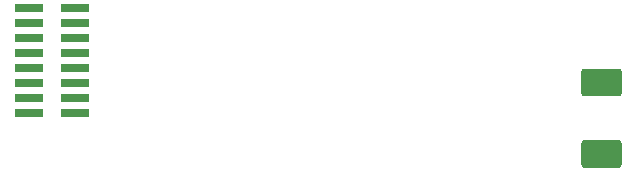
<source format=gbr>
%TF.GenerationSoftware,KiCad,Pcbnew,(5.1.9)-1*%
%TF.CreationDate,2024-04-03T17:37:13+03:00*%
%TF.ProjectId,jantteri_right,6a616e74-7465-4726-995f-72696768742e,rev?*%
%TF.SameCoordinates,Original*%
%TF.FileFunction,Paste,Bot*%
%TF.FilePolarity,Positive*%
%FSLAX46Y46*%
G04 Gerber Fmt 4.6, Leading zero omitted, Abs format (unit mm)*
G04 Created by KiCad (PCBNEW (5.1.9)-1) date 2024-04-03 17:37:13*
%MOMM*%
%LPD*%
G01*
G04 APERTURE LIST*
%ADD10R,2.400000X0.740000*%
G04 APERTURE END LIST*
%TO.C,L1*%
G36*
G01*
X160358400Y-100183700D02*
X163288400Y-100183700D01*
G75*
G02*
X163523400Y-100418700I0J-235000D01*
G01*
X163523400Y-102298700D01*
G75*
G02*
X163288400Y-102533700I-235000J0D01*
G01*
X160358400Y-102533700D01*
G75*
G02*
X160123400Y-102298700I0J235000D01*
G01*
X160123400Y-100418700D01*
G75*
G02*
X160358400Y-100183700I235000J0D01*
G01*
G37*
G36*
G01*
X160358400Y-94133700D02*
X163288400Y-94133700D01*
G75*
G02*
X163523400Y-94368700I0J-235000D01*
G01*
X163523400Y-96248700D01*
G75*
G02*
X163288400Y-96483700I-235000J0D01*
G01*
X160358400Y-96483700D01*
G75*
G02*
X160123400Y-96248700I0J235000D01*
G01*
X160123400Y-94368700D01*
G75*
G02*
X160358400Y-94133700I235000J0D01*
G01*
G37*
%TD*%
D10*
%TO.C,J4*%
X117286320Y-88981280D03*
X113386320Y-88981280D03*
X117286320Y-90251280D03*
X113386320Y-90251280D03*
X117286320Y-91521280D03*
X113386320Y-91521280D03*
X117286320Y-92791280D03*
X113386320Y-92791280D03*
X117286320Y-94061280D03*
X113386320Y-94061280D03*
X117286320Y-95331280D03*
X113386320Y-95331280D03*
X117286320Y-96601280D03*
X113386320Y-96601280D03*
X117286320Y-97871280D03*
X113386320Y-97871280D03*
%TD*%
M02*

</source>
